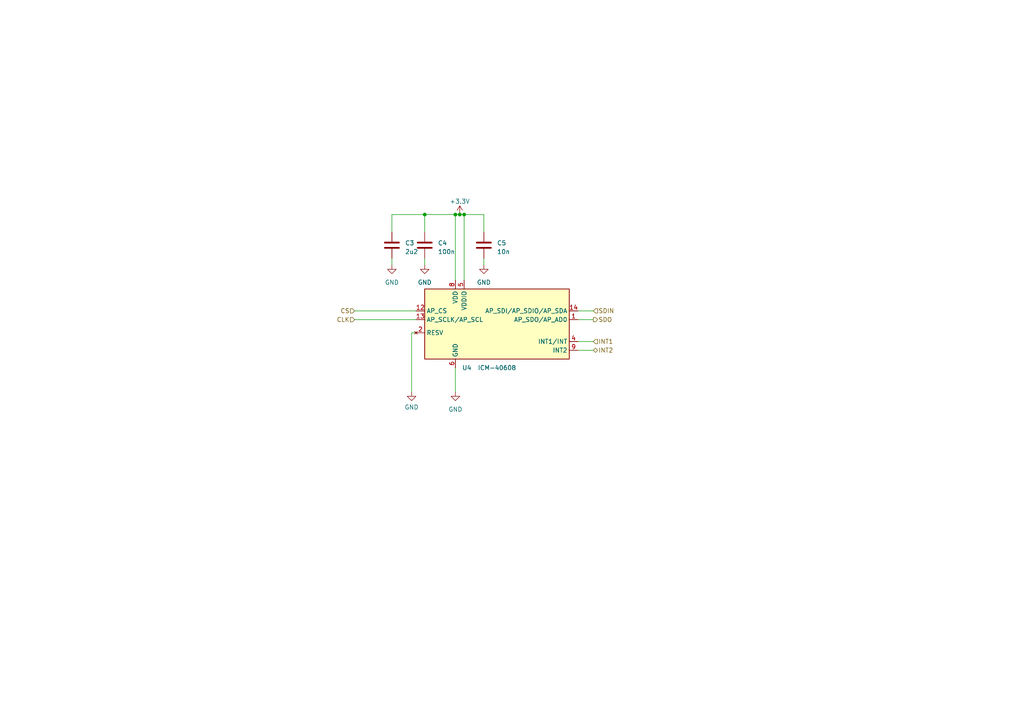
<source format=kicad_sch>
(kicad_sch (version 20230121) (generator eeschema)
  (paper "A4")
  (title_block (title "IMU schmatic for the Open Hand Project") (date "2023-04-18") (rev "Beta 1") (comment 1 "Author : cdg66"))
  (lib_symbols
    (symbol "Device:C" (pin_numbers hide) (pin_names (offset 0.254))
      (property "Reference" "C" (at 0.635 2.54 0))
      (property "Value" "C" (at 0.635 -2.54 0))
      (symbol "C_0_1"
        (polyline (pts (xy -2.032 -0.762) (xy 2.032 -0.762)) (stroke (width 0.508)))
        (polyline (pts (xy -2.032 0.762) (xy 2.032 0.762)) (stroke (width 0.508)))
      )
      (symbol "C_1_1"
        (pin passive line (at 0 3.81 270) (length 2.794) (name "~") (number "1"))
        (pin passive line (at 0 -3.81 90) (length 2.794) (name "~") (number "2"))
      )
    )
    (symbol "IMU:ICM-40608"
      (property "Reference" "U" (at 15.24 -36.83 0))
      (property "Value" "ICM-40608" (at 20.32 -34.29 0))
      (symbol "ICM-40608_1_1"
        (rectangle (start 2.54 -11.43) (end 44.45 -31.75) (stroke (width 0.254)) (fill (type background)))
        (pin output line (at 46.99 -20.32 180) (length 2.54) (name "AP_SDO/AP_AD0") (number "1"))
        (pin power_in line (at 0 -24.13 0) (length 2.54) hide (name "RESV") (number "10"))
        (pin power_in line (at 0 -24.13 0) (length 2.54) hide (name "RESV") (number "11"))
        (pin input line (at 0 -17.78 0) (length 2.54) (name "AP_CS") (number "12"))
        (pin input line (at 0 -20.32 0) (length 2.54) (name "AP_SCLK/AP_SCL") (number "13"))
        (pin bidirectional line (at 46.99 -17.78 180) (length 2.54) (name "AP_SDI/AP_SDIO/AP_SDA") (number "14"))
        (pin no_connect line (at 0 -24.13 0) (length 2.54) (name "RESV") (number "2"))
        (pin no_connect line (at 0 -24.13 0) (length 2.54) hide (name "RESV") (number "3"))
        (pin output line (at 46.99 -26.67 180) (length 2.54) (name "INT1/INT") (number "4"))
        (pin power_in line (at 13.97 -8.89 270) (length 2.54) (name "VDDIO") (number "5"))
        (pin power_in line (at 11.43 -34.29 90) (length 2.54) (name "GND") (number "6"))
        (pin no_connect line (at 0 -24.13 0) (length 2.54) hide (name "RESV") (number "7"))
        (pin power_in line (at 11.43 -8.89 270) (length 2.54) (name "VDD") (number "8"))
        (pin power_in line (at 46.99 -29.21 180) (length 2.54) (name "INT2") (number "9"))
      )
    )
    (symbol "power:+3.3V" (power) (pin_names (offset 0))
      (property "Value" "+3.3V" (at 0 3.556 0))
      (symbol "+3.3V_0_1"
        (polyline (pts (xy -0.762 1.27) (xy 0 2.54)))
        (polyline (pts (xy 0 0) (xy 0 2.54)))
        (polyline (pts (xy 0 2.54) (xy 0.762 1.27)))
      )
      (symbol "+3.3V_1_1"
        (pin power_in line (at 0 0 90) (length 0) hide (name "+3.3V") (number "1"))
      )
    )
    (symbol "power:GND" (power) (pin_names (offset 0))
      (property "Value" "GND" (at 0 -3.81 0))
      (symbol "GND_0_1"
        (polyline (pts (xy 0 0) (xy 0 -1.27) (xy 1.27 -1.27) (xy 0 -2.54) (xy -1.27 -1.27) (xy 0 -1.27)))
      )
      (symbol "GND_1_1"
        (pin power_in line (at 0 0 270) (length 0) hide (name "GND") (number "1"))
      )
    )
  )
  (junction (at 123.19 62.23))
  (junction (at 133.35 62.23))
  (junction (at 134.62 62.23))
  (junction (at 132.08 62.23))
  (wire (pts (xy 132.08 81.28) (xy 132.08 62.23)))
  (wire (pts (xy 140.335 74.93) (xy 140.335 76.835)))
  (wire (pts (xy 113.665 67.31) (xy 113.665 62.23)))
  (wire (pts (xy 134.62 62.23) (xy 140.335 62.23)))
  (wire (pts (xy 102.87 92.71) (xy 120.65 92.71)))
  (wire (pts (xy 120.65 96.52) (xy 119.38 96.52)))
  (wire (pts (xy 132.08 113.665) (xy 132.08 106.68)))
  (wire (pts (xy 123.19 74.93) (xy 123.19 76.835)))
  (wire (pts (xy 113.665 74.93) (xy 113.665 76.835)))
  (wire (pts (xy 172.085 99.06) (xy 167.64 99.06)))
  (wire (pts (xy 140.335 67.31) (xy 140.335 62.23)))
  (wire (pts (xy 134.62 81.28) (xy 134.62 62.23)))
  (wire (pts (xy 123.19 67.31) (xy 123.19 62.23)))
  (wire (pts (xy 167.64 90.17) (xy 172.085 90.17)))
  (wire (pts (xy 167.64 92.71) (xy 172.085 92.71)))
  (wire (pts (xy 113.665 62.23) (xy 123.19 62.23)))
  (wire (pts (xy 134.62 62.23) (xy 133.35 62.23)))
  (wire (pts (xy 172.085 101.6) (xy 167.64 101.6)))
  (wire (pts (xy 132.08 62.23) (xy 133.35 62.23)))
  (wire (pts (xy 123.19 62.23) (xy 132.08 62.23)))
  (wire (pts (xy 119.38 96.52) (xy 119.38 113.665)))
  (wire (pts (xy 102.87 90.17) (xy 120.65 90.17)))
  (hierarchical_label "SDIN" (shape input) (at 172.085 90.17 0))
  (hierarchical_label "CLK" (shape input) (at 102.87 92.71 180))
  (hierarchical_label "INT1" (shape input) (at 172.085 99.06 0))
  (hierarchical_label "SDO" (shape output) (at 172.085 92.71 0))
  (hierarchical_label "CS" (shape input) (at 102.87 90.17 180))
  (hierarchical_label "INT2" (shape bidirectional) (at 172.085 101.6 0))
  (symbol (lib_id "power:GND") (at 140.335 76.835 0) (unit 1)
    (property "Reference" "#PWR016" (effects hide))
    (property "Value" "GND" (at 140.335 81.915 0))
    (instances (project "Open_hand" (path "" (reference "#PWR016") (unit 1)) (path "" (reference "#PWR022") (unit 1)) (path "" (reference "#PWR028") (unit 1))))
  )
  (symbol (lib_id "power:GND") (at 132.08 113.665 0) (unit 1)
    (property "Reference" "#PWR018" (effects hide))
    (property "Value" "GND" (at 132.08 118.745 0))
    (instances (project "Open_hand" (path "" (reference "#PWR018") (unit 1)) (path "" (reference "#PWR024") (unit 1)) (path "" (reference "#PWR030") (unit 1))))
  )
  (symbol (lib_id "Device:C") (at 113.665 71.12 0) (unit 1)
    (property "Reference" "C3" (at 117.475 70.485 0) (effects (justify left)))
    (property "Value" "2u2" (at 117.475 73.025 0) (effects (justify left)))
    (property "Footprint" "Capacitor_SMD:C_0603_1608Metric" (effects hide))
    (instances (project "Open_hand" (path "" (reference "C3") (unit 1)) (path "" (reference "C6") (unit 1)) (path "" (reference "C9") (unit 1))))
  )
  (symbol (lib_id "power:GND") (at 123.19 76.835 0) (unit 1)
    (property "Reference" "#PWR015" (effects hide))
    (property "Value" "GND" (at 123.19 81.915 0))
    (instances (project "Open_hand" (path "" (reference "#PWR015") (unit 1)) (path "" (reference "#PWR021") (unit 1)) (path "" (reference "#PWR027") (unit 1))))
  )
  (symbol (lib_id "power:+3.3V") (at 133.35 62.23 0) (unit 1)
    (property "Reference" "#PWR013" (effects hide))
    (property "Value" "+3.3V" (at 133.35 58.42 0))
    (instances (project "Open_hand" (path "" (reference "#PWR013") (unit 1)) (path "" (reference "#PWR019") (unit 1)) (path "" (reference "#PWR025") (unit 1))))
  )
  (symbol (lib_id "IMU:ICM-40608") (at 120.65 72.39 0) (unit 1)
    (property "Reference" "U4" (at 134.0359 106.68 0) (effects (justify left)))
    (property "Value" "ICM-40608" (at 144.145 106.68 0))
    (property "Footprint" "Package_LGA:LGA-14_3x2.5mm_P0.5mm_LayoutBorder3x4y" (effects hide))
    (instances (project "Open_hand" (path "" (reference "U4") (unit 1)) (path "" (reference "U5") (unit 1)) (path "" (reference "U6") (unit 1))))
  )
  (symbol (lib_id "Device:C") (at 140.335 71.12 0) (unit 1)
    (property "Reference" "C5" (at 144.145 70.485 0) (effects (justify left)))
    (property "Value" "10n" (at 144.145 73.025 0) (effects (justify left)))
    (property "Footprint" "Capacitor_SMD:C_0402_1005Metric" (effects hide))
    (instances (project "Open_hand" (path "" (reference "C5") (unit 1)) (path "" (reference "C8") (unit 1)) (path "" (reference "C11") (unit 1))))
  )
  (symbol (lib_id "power:GND") (at 119.38 113.665 0) (unit 1)
    (property "Reference" "#PWR017" (effects hide))
    (property "Value" "GND" (at 119.38 118.11 0))
    (instances (project "Open_hand" (path "" (reference "#PWR017") (unit 1)) (path "" (reference "#PWR023") (unit 1)) (path "" (reference "#PWR029") (unit 1))))
  )
  (symbol (lib_id "Device:C") (at 123.19 71.12 0) (unit 1)
    (property "Reference" "C4" (at 127 70.485 0) (effects (justify left)))
    (property "Value" "100n" (at 127 73.025 0) (effects (justify left)))
    (property "Footprint" "Capacitor_SMD:C_0603_1608Metric" (effects hide))
    (instances (project "Open_hand" (path "" (reference "C4") (unit 1)) (path "" (reference "C7") (unit 1)) (path "" (reference "C10") (unit 1))))
  )
  (symbol (lib_id "power:GND") (at 113.665 76.835 0) (unit 1)
    (property "Reference" "#PWR014" (effects hide))
    (property "Value" "GND" (at 113.665 81.915 0))
    (instances (project "Open_hand" (path "" (reference "#PWR014") (unit 1)) (path "" (reference "#PWR020") (unit 1)) (path "" (reference "#PWR026") (unit 1))))
  )
)
</source>
